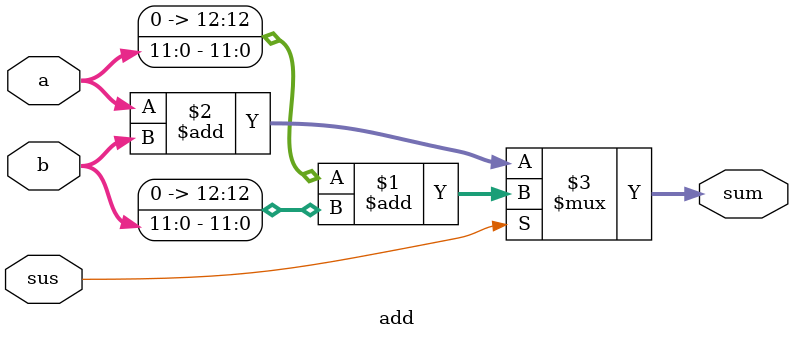
<source format=v>

/*module add #(
    parameter width = 8
) (
    input                       sus,
    input      [width-1:0]      a,
    input      [width-1:0]      b,
    output     [width:0]        sum
);

    // 根据sus信号对输入进行符号位扩展（有符号）或补零（无符号）
    wire [width:0] extended_a = sus ? {a[width-1], a} : {1'b0, a};
    wire [width:0] extended_b = sus ? {b[width-1], b} : {1'b0, b};

    assign sum = extended_a + extended_b;

endmodule*/


//version 2.0
// add.v: 参数化的通用加法器
// 根据sus信号控制有符号(sus=1)或无符号(sus=0)加法
module add #(
    parameter width = 12 // 定义加法器的位宽 [cite: 122]
) (
    input sus, // 1'b1: 有符号加法, 1'b0: 无符号加法 [cite: 123]
    input [width-1:0] a,
    input [width-1:0] b,
    output [width:0] sum
);

    // 根据sus的值，输入被视为有符号数或无符号数进行加法操作
    // Verilog的 $signed() 系统函数可以用于类型转换
    assign sum = sus ? ($signed(a) + $signed(b)) : (a + b);

endmodule
</source>
